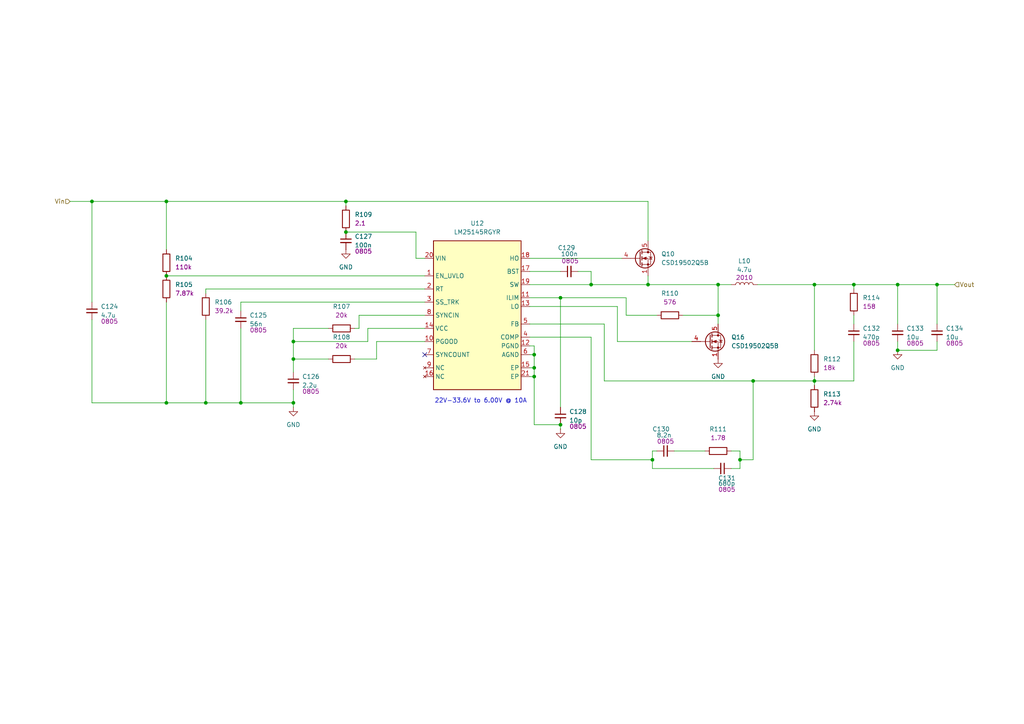
<source format=kicad_sch>
(kicad_sch (version 20250114) (generator "eeschema") (generator_version "9.0")
  (paper "A4")
  (lib_symbols
    (symbol "Device:C_Small" (pin_numbers (hide yes)) (pin_names (offset 0.254) (hide yes))
      (property "Reference" "C" (at 0.254 1.778 0))
      (property "Value" "C_Small" (at 0.254 -2.032 0))
      (symbol "C_Small_0_1"
        (polyline (pts (xy -1.524 0.508) (xy 1.524 0.508)) (stroke (width 0.3048)))
        (polyline (pts (xy -1.524 -0.508) (xy 1.524 -0.508)) (stroke (width 0.3302)))
      )
      (symbol "C_Small_1_1"
        (pin passive line (at 0 2.54 270) (length 2.032) (name "~") (number "1"))
        (pin passive line (at 0 -2.54 90) (length 2.032) (name "~") (number "2"))
      )
    )
    (symbol "Device:L" (pin_numbers (hide yes)) (pin_names (offset 1.016) (hide yes))
      (property "Reference" "L" (at -1.27 0 90))
      (property "Value" "L" (at 1.905 0 90))
      (symbol "L_0_1"
        (arc (start 0 2.54) (mid 0.6323 1.905) (end 0 1.27))
        (arc (start 0 1.27) (mid 0.6323 0.635) (end 0 0))
        (arc (start 0 0) (mid 0.6323 -0.635) (end 0 -1.27))
        (arc (start 0 -1.27) (mid 0.6323 -1.905) (end 0 -2.54))
      )
      (symbol "L_1_1"
        (pin passive line (at 0 3.81 270) (length 1.27) (name "1") (number "1"))
        (pin passive line (at 0 -3.81 90) (length 1.27) (name "2") (number "2"))
      )
    )
    (symbol "PCM_4ms_Resistor:150K_0603" (pin_numbers (hide yes)) (pin_names (offset 0))
      (property "Reference" "R" (at 2.032 0 90))
      (property "Display" "150K" (at 3.81 0 90))
      (symbol "150K_0603_0_1"
        (rectangle (start -1.016 -2.54) (end 1.016 2.54) (stroke (width 0.254)))
      )
      (symbol "150K_0603_1_1"
        (pin passive line (at 0 3.81 270) (length 1.27) (name "~") (number "1"))
        (pin passive line (at 0 -3.81 90) (length 1.27) (name "~") (number "2"))
      )
    )
    (symbol "Project_Star_Regulator_Switching:LM25145"
      (property "Reference" "U" (at 0 0 0))
      (property "Value" "LM25145" (at 5.842 -8.89 0))
      (symbol "LM25145_0_1"
        (rectangle (start -7.62 12.7) (end 17.78 -30.48) (stroke (width 0.254)) (fill (type background)))
      )
      (symbol "LM25145_1_1"
        (pin unspecified line (at -10.16 7.62 0) (length 2.54) (name "VIN") (number "20"))
        (pin unspecified line (at -10.16 2.54 0) (length 2.54) (name "EN_UVLO") (number "1"))
        (pin unspecified line (at -10.16 -1.27 0) (length 2.54) (name "RT") (number "2"))
        (pin unspecified line (at -10.16 -5.08 0) (length 2.54) (name "SS_TRK") (number "3"))
        (pin unspecified line (at -10.16 -8.89 0) (length 2.54) (name "SYNCIN") (number "8"))
        (pin unspecified line (at -10.16 -12.7 0) (length 2.54) (name "VCC") (number "14"))
        (pin unspecified line (at -10.16 -16.51 0) (length 2.54) (name "PGOOD") (number "10"))
        (pin unspecified line (at -10.16 -20.32 0) (length 2.54) (name "SYNCOUNT") (number "7"))
        (pin no_connect line (at -10.16 -24.13 0) (length 2.54) (name "NC") (number "9"))
        (pin no_connect line (at -10.16 -26.67 0) (length 2.54) (name "NC") (number "16"))
        (pin unspecified line (at 20.32 7.62 180) (length 2.54) (name "HO") (number "18"))
        (pin unspecified line (at 20.32 3.81 180) (length 2.54) (name "BST") (number "17"))
        (pin unspecified line (at 20.32 0 180) (length 2.54) (name "SW") (number "19"))
        (pin unspecified line (at 20.32 -3.81 180) (length 2.54) (name "ILIM") (number "11"))
        (pin unspecified line (at 20.32 -6.35 180) (length 2.54) (name "LO") (number "13"))
        (pin unspecified line (at 20.32 -11.43 180) (length 2.54) (name "FB") (number "5"))
        (pin unspecified line (at 20.32 -15.24 180) (length 2.54) (name "COMP") (number "4"))
        (pin unspecified line (at 20.32 -17.78 180) (length 2.54) (name "PGND") (number "12"))
        (pin unspecified line (at 20.32 -20.32 180) (length 2.54) (name "AGND") (number "6"))
        (pin unspecified line (at 20.32 -24.13 180) (length 2.54) (name "EP") (number "15"))
        (pin unspecified line (at 20.32 -26.67 180) (length 2.54) (name "EP") (number "21"))
      )
    )
    (symbol "Transistor_FET:CSD19502Q5B" (pin_names (hide yes))
      (property "Reference" "Q" (at 5.08 1.905 0))
      (property "Value" "CSD19502Q5B" (at 5.08 0 0))
      (symbol "CSD19502Q5B_0_1"
        (polyline (pts (xy 0.254 1.905) (xy 0.254 -1.905)) (stroke (width 0.254)))
        (polyline (pts (xy 0.254 0) (xy -2.54 0)))
        (polyline (pts (xy 0.762 2.286) (xy 0.762 1.27)) (stroke (width 0.254)))
        (polyline (pts (xy 0.762 0.508) (xy 0.762 -0.508)) (stroke (width 0.254)))
        (polyline (pts (xy 0.762 -1.27) (xy 0.762 -2.286)) (stroke (width 0.254)))
        (polyline (pts (xy 0.762 -1.778) (xy 3.302 -1.778) (xy 3.302 1.778) (xy 0.762 1.778)))
        (polyline (pts (xy 1.016 0) (xy 2.032 0.381) (xy 2.032 -0.381) (xy 1.016 0)) (fill (type outline)))
        (circle (center 1.651 0) (radius 2.794) (stroke (width 0.254)))
        (polyline (pts (xy 2.54 2.54) (xy 2.54 1.778)))
        (circle (center 2.54 1.778) (radius 0.254) (fill (type outline)))
        (circle (center 2.54 -1.778) (radius 0.254) (fill (type outline)))
        (polyline (pts (xy 2.54 -2.54) (xy 2.54 0) (xy 0.762 0)))
        (polyline (pts (xy 2.794 0.508) (xy 2.921 0.381) (xy 3.683 0.381) (xy 3.81 0.254)))
        (polyline (pts (xy 3.302 0.381) (xy 2.921 -0.254) (xy 3.683 -0.254) (xy 3.302 0.381)))
      )
      (symbol "CSD19502Q5B_1_1"
        (pin passive line (at -5.08 0 0) (length 2.54) (name "G") (number "4"))
        (pin passive line (at 2.54 5.08 270) (length 2.54) (name "D") (number "5"))
        (pin passive line (at 2.54 -5.08 90) (length 2.54) (name "S") (number "1"))
        (pin passive line (at 2.54 -5.08 90) (length 2.54) (hide yes) (name "S") (number "2"))
        (pin passive line (at 2.54 -5.08 90) (length 2.54) (hide yes) (name "S") (number "3"))
      )
    )
    (symbol "power:GND" (power) (pin_numbers (hide yes)) (pin_names (offset 0) (hide yes))
      (property "Value" "GND" (at 0 -3.81 0))
      (symbol "GND_0_1"
        (polyline (pts (xy 0 0) (xy 0 -1.27) (xy 1.27 -1.27) (xy 0 -2.54) (xy -1.27 -1.27) (xy 0 -1.27)))
      )
      (symbol "GND_1_1"
        (pin power_in line (at 0 0 270) (length 0) (name "~") (number "1"))
      )
    )
  )
  (text "22V-33.6V to 6.00V @ 10A" (at 139.446 116.332 0) (effects (font (size 1.27 1.27))))
  (junction (at 154.94 102.87))
  (junction (at 260.35 82.55))
  (junction (at 48.26 80.01))
  (junction (at 154.94 106.68))
  (junction (at 208.28 91.44))
  (junction (at 187.96 82.55))
  (junction (at 162.56 123.19))
  (junction (at 100.33 67.31))
  (junction (at 236.22 110.49))
  (junction (at 247.65 82.55))
  (junction (at 48.26 58.42))
  (junction (at 85.09 99.06))
  (junction (at 214.63 133.35))
  (junction (at 236.22 82.55))
  (junction (at 189.23 133.35))
  (junction (at 48.26 116.84))
  (junction (at 59.69 116.84))
  (junction (at 271.78 82.55))
  (junction (at 171.45 82.55))
  (junction (at 85.09 116.84))
  (junction (at 260.35 101.6))
  (junction (at 100.33 58.42))
  (junction (at 208.28 82.55))
  (junction (at 162.56 86.36))
  (junction (at 26.67 58.42))
  (junction (at 85.09 104.14))
  (junction (at 218.44 110.49))
  (junction (at 154.94 109.22))
  (junction (at 69.85 116.84))
  (no_connect (at 123.19 102.87))
  (wire (pts (xy 260.35 99.06) (xy 260.35 101.6)))
  (wire (pts (xy 189.23 130.81) (xy 189.23 133.35)))
  (wire (pts (xy 162.56 124.46) (xy 162.56 123.19)))
  (wire (pts (xy 154.94 106.68) (xy 154.94 109.22)))
  (wire (pts (xy 260.35 82.55) (xy 271.78 82.55)))
  (wire (pts (xy 236.22 109.22) (xy 236.22 110.49)))
  (wire (pts (xy 181.61 86.36) (xy 181.61 91.44)))
  (wire (pts (xy 218.44 110.49) (xy 236.22 110.49)))
  (wire (pts (xy 59.69 83.82) (xy 59.69 85.09)))
  (wire (pts (xy 171.45 78.74) (xy 171.45 82.55)))
  (wire (pts (xy 153.67 106.68) (xy 154.94 106.68)))
  (wire (pts (xy 247.65 91.44) (xy 247.65 93.98)))
  (wire (pts (xy 153.67 82.55) (xy 171.45 82.55)))
  (wire (pts (xy 153.67 74.93) (xy 180.34 74.93)))
  (wire (pts (xy 102.87 95.25) (xy 104.14 95.25)))
  (wire (pts (xy 48.26 58.42) (xy 100.33 58.42)))
  (wire (pts (xy 208.28 91.44) (xy 208.28 93.98)))
  (wire (pts (xy 69.85 87.63) (xy 69.85 90.17)))
  (wire (pts (xy 59.69 116.84) (xy 69.85 116.84)))
  (wire (pts (xy 189.23 133.35) (xy 189.23 135.89)))
  (wire (pts (xy 102.87 104.14) (xy 109.22 104.14)))
  (wire (pts (xy 236.22 101.6) (xy 236.22 82.55)))
  (wire (pts (xy 218.44 110.49) (xy 218.44 133.35)))
  (wire (pts (xy 104.14 91.44) (xy 104.14 95.25)))
  (wire (pts (xy 69.85 116.84) (xy 85.09 116.84)))
  (wire (pts (xy 175.26 93.98) (xy 175.26 110.49)))
  (wire (pts (xy 187.96 58.42) (xy 187.96 69.85)))
  (wire (pts (xy 26.67 92.71) (xy 26.67 116.84)))
  (wire (pts (xy 85.09 116.84) (xy 85.09 118.11)))
  (wire (pts (xy 85.09 95.25) (xy 85.09 99.06)))
  (wire (pts (xy 212.09 130.81) (xy 214.63 130.81)))
  (wire (pts (xy 100.33 58.42) (xy 100.33 59.69)))
  (wire (pts (xy 120.65 74.93) (xy 123.19 74.93)))
  (wire (pts (xy 214.63 130.81) (xy 214.63 133.35)))
  (wire (pts (xy 106.68 95.25) (xy 123.19 95.25)))
  (wire (pts (xy 187.96 80.01) (xy 187.96 82.55)))
  (wire (pts (xy 189.23 130.81) (xy 190.5 130.81)))
  (wire (pts (xy 153.67 97.79) (xy 171.45 97.79)))
  (wire (pts (xy 179.07 99.06) (xy 200.66 99.06)))
  (wire (pts (xy 69.85 95.25) (xy 69.85 116.84)))
  (wire (pts (xy 260.35 101.6) (xy 271.78 101.6)))
  (wire (pts (xy 236.22 111.76) (xy 236.22 110.49)))
  (wire (pts (xy 236.22 82.55) (xy 247.65 82.55)))
  (wire (pts (xy 214.63 133.35) (xy 214.63 135.89)))
  (wire (pts (xy 104.14 91.44) (xy 123.19 91.44)))
  (wire (pts (xy 153.67 102.87) (xy 154.94 102.87)))
  (wire (pts (xy 153.67 78.74) (xy 162.56 78.74)))
  (wire (pts (xy 85.09 99.06) (xy 85.09 104.14)))
  (wire (pts (xy 153.67 86.36) (xy 162.56 86.36)))
  (wire (pts (xy 271.78 99.06) (xy 271.78 101.6)))
  (wire (pts (xy 26.67 58.42) (xy 26.67 87.63)))
  (wire (pts (xy 85.09 113.03) (xy 85.09 116.84)))
  (wire (pts (xy 179.07 88.9) (xy 179.07 99.06)))
  (wire (pts (xy 195.58 130.81) (xy 204.47 130.81)))
  (wire (pts (xy 171.45 82.55) (xy 187.96 82.55)))
  (wire (pts (xy 59.69 83.82) (xy 123.19 83.82)))
  (wire (pts (xy 109.22 99.06) (xy 123.19 99.06)))
  (wire (pts (xy 100.33 67.31) (xy 120.65 67.31)))
  (wire (pts (xy 48.26 87.63) (xy 48.26 116.84)))
  (wire (pts (xy 85.09 104.14) (xy 95.25 104.14)))
  (wire (pts (xy 212.09 135.89) (xy 214.63 135.89)))
  (wire (pts (xy 85.09 95.25) (xy 95.25 95.25)))
  (wire (pts (xy 69.85 87.63) (xy 123.19 87.63)))
  (wire (pts (xy 247.65 82.55) (xy 247.65 83.82)))
  (wire (pts (xy 153.67 109.22) (xy 154.94 109.22)))
  (wire (pts (xy 48.26 58.42) (xy 48.26 72.39)))
  (wire (pts (xy 214.63 133.35) (xy 218.44 133.35)))
  (wire (pts (xy 175.26 110.49) (xy 218.44 110.49)))
  (wire (pts (xy 20.32 58.42) (xy 26.67 58.42)))
  (wire (pts (xy 260.35 82.55) (xy 247.65 82.55)))
  (wire (pts (xy 100.33 58.42) (xy 187.96 58.42)))
  (wire (pts (xy 154.94 100.33) (xy 154.94 102.87)))
  (wire (pts (xy 236.22 110.49) (xy 247.65 110.49)))
  (wire (pts (xy 171.45 97.79) (xy 171.45 133.35)))
  (wire (pts (xy 48.26 80.01) (xy 123.19 80.01)))
  (wire (pts (xy 109.22 99.06) (xy 109.22 104.14)))
  (wire (pts (xy 85.09 99.06) (xy 106.68 99.06)))
  (wire (pts (xy 171.45 133.35) (xy 189.23 133.35)))
  (wire (pts (xy 181.61 91.44) (xy 190.5 91.44)))
  (wire (pts (xy 85.09 104.14) (xy 85.09 107.95)))
  (wire (pts (xy 198.12 91.44) (xy 208.28 91.44)))
  (wire (pts (xy 153.67 100.33) (xy 154.94 100.33)))
  (wire (pts (xy 162.56 86.36) (xy 181.61 86.36)))
  (wire (pts (xy 219.71 82.55) (xy 236.22 82.55)))
  (wire (pts (xy 208.28 82.55) (xy 212.09 82.55)))
  (wire (pts (xy 187.96 82.55) (xy 208.28 82.55)))
  (wire (pts (xy 154.94 102.87) (xy 154.94 106.68)))
  (wire (pts (xy 260.35 82.55) (xy 260.35 93.98)))
  (wire (pts (xy 189.23 135.89) (xy 207.01 135.89)))
  (wire (pts (xy 26.67 116.84) (xy 48.26 116.84)))
  (wire (pts (xy 271.78 82.55) (xy 276.86 82.55)))
  (wire (pts (xy 167.64 78.74) (xy 171.45 78.74)))
  (wire (pts (xy 247.65 99.06) (xy 247.65 110.49)))
  (wire (pts (xy 26.67 58.42) (xy 48.26 58.42)))
  (wire (pts (xy 208.28 82.55) (xy 208.28 91.44)))
  (wire (pts (xy 154.94 123.19) (xy 162.56 123.19)))
  (wire (pts (xy 154.94 109.22) (xy 154.94 123.19)))
  (wire (pts (xy 153.67 88.9) (xy 179.07 88.9)))
  (wire (pts (xy 106.68 95.25) (xy 106.68 99.06)))
  (wire (pts (xy 162.56 86.36) (xy 162.56 118.11)))
  (wire (pts (xy 48.26 116.84) (xy 59.69 116.84)))
  (wire (pts (xy 59.69 92.71) (xy 59.69 116.84)))
  (wire (pts (xy 271.78 82.55) (xy 271.78 93.98)))
  (wire (pts (xy 120.65 67.31) (xy 120.65 74.93)))
  (wire (pts (xy 153.67 93.98) (xy 175.26 93.98)))
  (hierarchical_label "Vout" (shape input) (at 276.86 82.55 0))
  (hierarchical_label "Vin" (shape input) (at 20.32 58.42 180))
  (symbol (lib_id "Transistor_FET:CSD19502Q5B") (at 205.74 99.06 0) (unit 1)
    (property "Reference" "Q13" (at 212.09 97.7899 0) (effects (justify left)))
    (property "Value" "CSD19502Q5B" (at 212.09 100.3299 0) (effects (justify left)))
    (property "Footprint" "Package_TO_SOT_SMD:TDSON-8-1" (effects (hide yes)))
    (property "Datasheet" "http://www.ti.com/lit/gpn/csd19502q5b" (effects (hide yes)))
    (property "Description" "100A Id, 80V Vds, NexFET N-Channel Power MOSFET, 4.1mOhm Ron, 48nC Qg(typ), SON8 5x6mm" (effects (hide yes)))
    (instances (project "" (path "" (reference "Q16") (unit 1)) (path "" (reference "Q15") (unit 1)) (path "" (reference "Q13") (unit 1)) (path "" (reference "Q18") (unit 1)) (path "" (reference "Q17") (unit 1)) (path "" (reference "Q14") (unit 1))))
  )
  (symbol (lib_id "Device:C_Small") (at 162.56 120.65 0) (unit 1)
    (property "Reference" "C95" (at 165.1 119.3862 0) (effects (justify left)))
    (property "Value" "10p" (at 165.1 121.9262 0) (effects (justify left)))
    (property "Footprint" "Capacitor_SMD:C_0805_2012Metric_Pad1.18x1.45mm_HandSolder" (effects (hide yes)))
    (property "Description" "0805" (at 167.64 123.698 0))
    (instances (project "Project-Star" (path "" (reference "C128") (unit 1)) (path "" (reference "C117") (unit 1)) (path "" (reference "C95") (unit 1)) (path "" (reference "C150") (unit 1)) (path "" (reference "C139") (unit 1)) (path "" (reference "C106") (unit 1))))
  )
  (symbol (lib_id "power:GND") (at 100.33 72.39 0) (unit 1)
    (property "Reference" "#PWR064" (effects (hide yes)))
    (property "Value" "GND" (at 100.33 77.47 0))
    (property "Description" "Power symbol creates a global label with name \"GND\" , ground" (effects (hide yes)))
    (instances (project "Project-Star" (path "" (reference "#PWR082") (unit 1)) (path "" (reference "#PWR076") (unit 1)) (path "" (reference "#PWR064") (unit 1)) (path "" (reference "#PWR094") (unit 1)) (path "" (reference "#PWR088") (unit 1)) (path "" (reference "#PWR070") (unit 1))))
  )
  (symbol (lib_id "Device:C_Small") (at 165.1 78.74 90) (unit 1)
    (property "Reference" "C96" (at 166.878 71.882 90) (effects (justify left)))
    (property "Value" "100n" (at 167.64 73.66 90) (effects (justify left)))
    (property "Footprint" "Capacitor_SMD:C_0805_2012Metric_Pad1.18x1.45mm_HandSolder" (effects (hide yes)))
    (property "Description" "0805" (at 165.354 75.692 90))
    (instances (project "Project-Star" (path "" (reference "C129") (unit 1)) (path "" (reference "C118") (unit 1)) (path "" (reference "C96") (unit 1)) (path "" (reference "C151") (unit 1)) (path "" (reference "C140") (unit 1)) (path "" (reference "C107") (unit 1))))
  )
  (symbol (lib_id "PCM_4ms_Resistor:150K_0603") (at 48.26 83.82 180) (unit 1)
    (property "Reference" "R72" (at 50.8 82.5499 0) (effects (justify right)))
    (property "Value" "150K_0603" (effects (hide yes)))
    (property "Footprint" "PCM_4ms_Resistor:R_0805_2012Metric" (effects (hide yes)))
    (property "Description" "150K, 1%, 1/10W, 0603" (effects (hide yes)))
    (property "Specifications" "150K, 1%, 1/10W, 0603" (effects (hide yes)))
    (property "Manufacturer" "Yageo" (effects (hide yes)))
    (property "Part Number" "RC0603FR-07150KL" (effects (hide yes)))
    (property "Display" "7.87k" (at 50.8 85.0899 0) (effects (justify right)))
    (property "JLCPCB ID" "C22807" (effects (hide yes)))
    (instances (project "Project-Star" (path "" (reference "R105") (unit 1)) (path "" (reference "R94") (unit 1)) (path "" (reference "R72") (unit 1)) (path "" (reference "R127") (unit 1)) (path "" (reference "R116") (unit 1)) (path "" (reference "R83") (unit 1))))
  )
  (symbol (lib_id "PCM_4ms_Resistor:150K_0603") (at 194.31 91.44 270) (unit 1)
    (property "Reference" "R77" (at 194.31 85.09 90))
    (property "Value" "150K_0603" (effects (hide yes)))
    (property "Footprint" "PCM_4ms_Resistor:R_0805_2012Metric" (effects (hide yes)))
    (property "Description" "150K, 1%, 1/10W, 0603" (effects (hide yes)))
    (property "Specifications" "150K, 1%, 1/10W, 0603" (effects (hide yes)))
    (property "Manufacturer" "Yageo" (effects (hide yes)))
    (property "Part Number" "RC0603FR-07150KL" (effects (hide yes)))
    (property "Display" "576" (at 194.31 87.63 90))
    (property "JLCPCB ID" "C22807" (effects (hide yes)))
    (instances (project "Project-Star" (path "" (reference "R110") (unit 1)) (path "" (reference "R99") (unit 1)) (path "" (reference "R77") (unit 1)) (path "" (reference "R132") (unit 1)) (path "" (reference "R121") (unit 1)) (path "" (reference "R88") (unit 1))))
  )
  (symbol (lib_id "power:GND") (at 162.56 124.46 0) (unit 1)
    (property "Reference" "#PWR065" (effects (hide yes)))
    (property "Value" "GND" (at 162.56 129.54 0))
    (property "Description" "Power symbol creates a global label with name \"GND\" , ground" (effects (hide yes)))
    (instances (project "Project-Star" (path "" (reference "#PWR083") (unit 1)) (path "" (reference "#PWR077") (unit 1)) (path "" (reference "#PWR065") (unit 1)) (path "" (reference "#PWR095") (unit 1)) (path "" (reference "#PWR089") (unit 1)) (path "" (reference "#PWR071") (unit 1))))
  )
  (symbol (lib_id "Device:C_Small") (at 26.67 90.17 0) (unit 1)
    (property "Reference" "C91" (at 29.21 88.9062 0) (effects (justify left)))
    (property "Value" "4.7u" (at 29.21 91.4462 0) (effects (justify left)))
    (property "Footprint" "Capacitor_SMD:C_0805_2012Metric_Pad1.18x1.45mm_HandSolder" (effects (hide yes)))
    (property "Description" "0805" (at 31.75 93.218 0))
    (instances (project "Project-Star" (path "" (reference "C124") (unit 1)) (path "" (reference "C113") (unit 1)) (path "" (reference "C91") (unit 1)) (path "" (reference "C146") (unit 1)) (path "" (reference "C135") (unit 1)) (path "" (reference "C102") (unit 1))))
  )
  (symbol (lib_id "Device:C_Small") (at 193.04 130.81 90) (unit 1)
    (property "Reference" "C97" (at 194.3038 124.46 90) (effects (justify left)))
    (property "Value" "8.2n" (at 194.818 126.238 90) (effects (justify left)))
    (property "Footprint" "Capacitor_SMD:C_0805_2012Metric_Pad1.18x1.45mm_HandSolder" (effects (hide yes)))
    (property "Description" "0805" (at 193.04 128.016 90))
    (instances (project "Project-Star" (path "" (reference "C130") (unit 1)) (path "" (reference "C119") (unit 1)) (path "" (reference "C97") (unit 1)) (path "" (reference "C152") (unit 1)) (path "" (reference "C141") (unit 1)) (path "" (reference "C108") (unit 1))))
  )
  (symbol (lib_id "power:GND") (at 260.35 101.6 0) (unit 1)
    (property "Reference" "#PWR068" (effects (hide yes)))
    (property "Value" "GND" (at 260.35 106.68 0))
    (property "Description" "Power symbol creates a global label with name \"GND\" , ground" (effects (hide yes)))
    (instances (project "Project-Star" (path "" (reference "#PWR086") (unit 1)) (path "" (reference "#PWR080") (unit 1)) (path "" (reference "#PWR068") (unit 1)) (path "" (reference "#PWR098") (unit 1)) (path "" (reference "#PWR092") (unit 1)) (path "" (reference "#PWR074") (unit 1))))
  )
  (symbol (lib_id "PCM_4ms_Resistor:150K_0603") (at 99.06 95.25 270) (unit 1)
    (property "Reference" "R74" (at 99.06 88.9 90))
    (property "Value" "150K_0603" (effects (hide yes)))
    (property "Footprint" "PCM_4ms_Resistor:R_0805_2012Metric" (effects (hide yes)))
    (property "Description" "150K, 1%, 1/10W, 0603" (effects (hide yes)))
    (property "Specifications" "150K, 1%, 1/10W, 0603" (effects (hide yes)))
    (property "Manufacturer" "Yageo" (effects (hide yes)))
    (property "Part Number" "RC0603FR-07150KL" (effects (hide yes)))
    (property "Display" "20k" (at 99.06 91.44 90))
    (property "JLCPCB ID" "C22807" (effects (hide yes)))
    (instances (project "Project-Star" (path "" (reference "R107") (unit 1)) (path "" (reference "R96") (unit 1)) (path "" (reference "R74") (unit 1)) (path "" (reference "R129") (unit 1)) (path "" (reference "R118") (unit 1)) (path "" (reference "R85") (unit 1))))
  )
  (symbol (lib_id "PCM_4ms_Resistor:150K_0603") (at 48.26 76.2 180) (unit 1)
    (property "Reference" "R71" (at 50.8 74.9299 0) (effects (justify right)))
    (property "Value" "150K_0603" (effects (hide yes)))
    (property "Footprint" "PCM_4ms_Resistor:R_0805_2012Metric" (effects (hide yes)))
    (property "Description" "150K, 1%, 1/10W, 0603" (effects (hide yes)))
    (property "Specifications" "150K, 1%, 1/10W, 0603" (effects (hide yes)))
    (property "Manufacturer" "Yageo" (effects (hide yes)))
    (property "Part Number" "RC0603FR-07150KL" (effects (hide yes)))
    (property "Display" "110k" (at 50.8 77.4699 0) (effects (justify right)))
    (property "JLCPCB ID" "C22807" (effects (hide yes)))
    (instances (project "Project-Star" (path "" (reference "R104") (unit 1)) (path "" (reference "R93") (unit 1)) (path "" (reference "R71") (unit 1)) (path "" (reference "R126") (unit 1)) (path "" (reference "R115") (unit 1)) (path "" (reference "R82") (unit 1))))
  )
  (symbol (lib_id "power:GND") (at 85.09 118.11 0) (unit 1)
    (property "Reference" "#PWR063" (effects (hide yes)))
    (property "Value" "GND" (at 85.09 123.19 0))
    (property "Description" "Power symbol creates a global label with name \"GND\" , ground" (effects (hide yes)))
    (instances (project "Project-Star" (path "" (reference "#PWR081") (unit 1)) (path "" (reference "#PWR075") (unit 1)) (path "" (reference "#PWR063") (unit 1)) (path "" (reference "#PWR093") (unit 1)) (path "" (reference "#PWR087") (unit 1)) (path "" (reference "#PWR069") (unit 1))))
  )
  (symbol (lib_id "Device:C_Small") (at 209.55 135.89 270) (unit 1)
    (property "Reference" "C98" (at 208.28 138.684 90) (effects (justify left)))
    (property "Value" "680p" (at 208.28 140.208 90) (effects (justify left)))
    (property "Footprint" "Capacitor_SMD:C_0805_2012Metric_Pad1.18x1.45mm_HandSolder" (effects (hide yes)))
    (property "Description" "0805" (at 210.82 141.986 90))
    (instances (project "Project-Star" (path "" (reference "C131") (unit 1)) (path "" (reference "C120") (unit 1)) (path "" (reference "C98") (unit 1)) (path "" (reference "C153") (unit 1)) (path "" (reference "C142") (unit 1)) (path "" (reference "C109") (unit 1))))
  )
  (symbol (lib_id "Device:C_Small") (at 260.35 96.52 0) (unit 1)
    (property "Reference" "C100" (at 262.89 95.2562 0) (effects (justify left)))
    (property "Value" "10u" (at 262.89 97.7962 0) (effects (justify left)))
    (property "Footprint" "Capacitor_SMD:C_0805_2012Metric_Pad1.18x1.45mm_HandSolder" (effects (hide yes)))
    (property "Description" "0805" (at 265.43 99.568 0))
    (instances (project "Project-Star" (path "" (reference "C133") (unit 1)) (path "" (reference "C122") (unit 1)) (path "" (reference "C100") (unit 1)) (path "" (reference "C155") (unit 1)) (path "" (reference "C144") (unit 1)) (path "" (reference "C111") (unit 1))))
  )
  (symbol (lib_id "Device:C_Small") (at 271.78 96.52 0) (unit 1)
    (property "Reference" "C101" (at 274.32 95.2562 0) (effects (justify left)))
    (property "Value" "10u" (at 274.32 97.7962 0) (effects (justify left)))
    (property "Footprint" "Capacitor_SMD:C_0805_2012Metric_Pad1.18x1.45mm_HandSolder" (effects (hide yes)))
    (property "Description" "0805" (at 276.86 99.568 0))
    (instances (project "Project-Star" (path "" (reference "C134") (unit 1)) (path "" (reference "C123") (unit 1)) (path "" (reference "C101") (unit 1)) (path "" (reference "C156") (unit 1)) (path "" (reference "C145") (unit 1)) (path "" (reference "C112") (unit 1))))
  )
  (symbol (lib_id "Device:L") (at 215.9 82.55 90) (unit 1)
    (property "Reference" "L7" (at 215.9 75.692 90))
    (property "Value" "4.7u" (at 215.9 78.232 90))
    (property "Footprint" "Inductor_SMD_Wurth:L_Wurth_WE-LQSH-2010" (effects (hide yes)))
    (property "Description" "2010" (at 215.9 80.518 90))
    (instances (project "Project-Star" (path "" (reference "L10") (unit 1)) (path "" (reference "L9") (unit 1)) (path "" (reference "L7") (unit 1)) (path "" (reference "L12") (unit 1)) (path "" (reference "L11") (unit 1)) (path "" (reference "L8") (unit 1))))
  )
  (symbol (lib_id "Transistor_FET:CSD19502Q5B") (at 185.42 74.93 0) (unit 1)
    (property "Reference" "Q7" (at 191.77 73.6599 0) (effects (justify left)))
    (property "Value" "CSD19502Q5B" (at 191.77 76.1999 0) (effects (justify left)))
    (property "Footprint" "Package_TO_SOT_SMD:TDSON-8-1" (effects (hide yes)))
    (property "Datasheet" "http://www.ti.com/lit/gpn/csd19502q5b" (effects (hide yes)))
    (property "Description" "100A Id, 80V Vds, NexFET N-Channel Power MOSFET, 4.1mOhm Ron, 48nC Qg(typ), SON8 5x6mm" (effects (hide yes)))
    (instances (project "" (path "" (reference "Q10") (unit 1)) (path "" (reference "Q9") (unit 1)) (path "" (reference "Q7") (unit 1)) (path "" (reference "Q12") (unit 1)) (path "" (reference "Q11") (unit 1)) (path "" (reference "Q8") (unit 1))))
  )
  (symbol (lib_id "Project_Star_Regulator_Switching:LM25145") (at 133.35 82.55 0) (unit 1)
    (property "Reference" "U9" (at 138.43 64.77 0))
    (property "Value" "LM25145RGYR" (at 138.43 67.31 0))
    (property "Footprint" "Project_Star_Regulator_Switching:RGY0020B" (effects (hide yes)))
    (property "Datasheet" "https://www.ti.com/lit/gpn/lm25145" (effects (hide yes)))
    (property "Description" "6V to 42V Synchronous Buck DC-DC Controller With Wide Duty Cycle Range" (effects (hide yes)))
    (instances (project "Project-Star" (path "" (reference "U12") (unit 1)) (path "" (reference "U11") (unit 1)) (path "" (reference "U9") (unit 1)) (path "" (reference "U14") (unit 1)) (path "" (reference "U13") (unit 1)) (path "" (reference "U10") (unit 1))))
  )
  (symbol (lib_id "PCM_4ms_Resistor:150K_0603") (at 236.22 115.57 180) (unit 1)
    (property "Reference" "R80" (at 238.76 114.2999 0) (effects (justify right)))
    (property "Value" "150K_0603" (effects (hide yes)))
    (property "Footprint" "PCM_4ms_Resistor:R_0805_2012Metric" (effects (hide yes)))
    (property "Description" "150K, 1%, 1/10W, 0603" (effects (hide yes)))
    (property "Specifications" "150K, 1%, 1/10W, 0603" (effects (hide yes)))
    (property "Manufacturer" "Yageo" (effects (hide yes)))
    (property "Part Number" "RC0603FR-07150KL" (effects (hide yes)))
    (property "Display" "2.74k" (at 238.76 116.8399 0) (effects (justify right)))
    (property "JLCPCB ID" "C22807" (effects (hide yes)))
    (instances (project "Project-Star" (path "" (reference "R113") (unit 1)) (path "" (reference "R102") (unit 1)) (path "" (reference "R80") (unit 1)) (path "" (reference "R135") (unit 1)) (path "" (reference "R124") (unit 1)) (path "" (reference "R91") (unit 1))))
  )
  (symbol (lib_id "power:GND") (at 236.22 119.38 0) (unit 1)
    (property "Reference" "#PWR067" (effects (hide yes)))
    (property "Value" "GND" (at 236.22 124.46 0))
    (property "Description" "Power symbol creates a global label with name \"GND\" , ground" (effects (hide yes)))
    (instances (project "Project-Star" (path "" (reference "#PWR085") (unit 1)) (path "" (reference "#PWR079") (unit 1)) (path "" (reference "#PWR067") (unit 1)) (path "" (reference "#PWR097") (unit 1)) (path "" (reference "#PWR091") (unit 1)) (path "" (reference "#PWR073") (unit 1))))
  )
  (symbol (lib_id "Device:C_Small") (at 247.65 96.52 0) (unit 1)
    (property "Reference" "C99" (at 250.19 95.2562 0) (effects (justify left)))
    (property "Value" "470p" (at 250.19 97.7962 0) (effects (justify left)))
    (property "Footprint" "Capacitor_SMD:C_0805_2012Metric_Pad1.18x1.45mm_HandSolder" (effects (hide yes)))
    (property "Description" "0805" (at 252.73 99.568 0))
    (instances (project "Project-Star" (path "" (reference "C132") (unit 1)) (path "" (reference "C121") (unit 1)) (path "" (reference "C99") (unit 1)) (path "" (reference "C154") (unit 1)) (path "" (reference "C143") (unit 1)) (path "" (reference "C110") (unit 1))))
  )
  (symbol (lib_id "PCM_4ms_Resistor:150K_0603") (at 208.28 130.81 270) (unit 1)
    (property "Reference" "R78" (at 208.28 124.46 90))
    (property "Value" "150K_0603" (effects (hide yes)))
    (property "Footprint" "PCM_4ms_Resistor:R_0805_2012Metric" (effects (hide yes)))
    (property "Description" "150K, 1%, 1/10W, 0603" (effects (hide yes)))
    (property "Specifications" "150K, 1%, 1/10W, 0603" (effects (hide yes)))
    (property "Manufacturer" "Yageo" (effects (hide yes)))
    (property "Part Number" "RC0603FR-07150KL" (effects (hide yes)))
    (property "Display" "1.78" (at 208.28 127 90))
    (property "JLCPCB ID" "C22807" (effects (hide yes)))
    (instances (project "Project-Star" (path "" (reference "R111") (unit 1)) (path "" (reference "R100") (unit 1)) (path "" (reference "R78") (unit 1)) (path "" (reference "R133") (unit 1)) (path "" (reference "R122") (unit 1)) (path "" (reference "R89") (unit 1))))
  )
  (symbol (lib_id "PCM_4ms_Resistor:150K_0603") (at 247.65 87.63 180) (unit 1)
    (property "Reference" "R81" (at 250.19 86.3599 0) (effects (justify right)))
    (property "Value" "150K_0603" (effects (hide yes)))
    (property "Footprint" "PCM_4ms_Resistor:R_0805_2012Metric" (effects (hide yes)))
    (property "Description" "150K, 1%, 1/10W, 0603" (effects (hide yes)))
    (property "Specifications" "150K, 1%, 1/10W, 0603" (effects (hide yes)))
    (property "Manufacturer" "Yageo" (effects (hide yes)))
    (property "Part Number" "RC0603FR-07150KL" (effects (hide yes)))
    (property "Display" "158" (at 250.19 88.8999 0) (effects (justify right)))
    (property "JLCPCB ID" "C22807" (effects (hide yes)))
    (instances (project "Project-Star" (path "" (reference "R114") (unit 1)) (path "" (reference "R103") (unit 1)) (path "" (reference "R81") (unit 1)) (path "" (reference "R136") (unit 1)) (path "" (reference "R125") (unit 1)) (path "" (reference "R92") (unit 1))))
  )
  (symbol (lib_id "Device:C_Small") (at 69.85 92.71 0) (unit 1)
    (property "Reference" "C92" (at 72.39 91.4462 0) (effects (justify left)))
    (property "Value" "56n" (at 72.39 93.9862 0) (effects (justify left)))
    (property "Footprint" "Capacitor_SMD:C_0805_2012Metric_Pad1.18x1.45mm_HandSolder" (effects (hide yes)))
    (property "Description" "0805" (at 74.93 95.758 0))
    (instances (project "Project-Star" (path "" (reference "C125") (unit 1)) (path "" (reference "C114") (unit 1)) (path "" (reference "C92") (unit 1)) (path "" (reference "C147") (unit 1)) (path "" (reference "C136") (unit 1)) (path "" (reference "C103") (unit 1))))
  )
  (symbol (lib_id "Device:C_Small") (at 85.09 110.49 0) (unit 1)
    (property "Reference" "C93" (at 87.63 109.2262 0) (effects (justify left)))
    (property "Value" "2.2u" (at 87.63 111.7662 0) (effects (justify left)))
    (property "Footprint" "Capacitor_SMD:C_0805_2012Metric_Pad1.18x1.45mm_HandSolder" (effects (hide yes)))
    (property "Description" "0805" (at 90.17 113.538 0))
    (instances (project "Project-Star" (path "" (reference "C126") (unit 1)) (path "" (reference "C115") (unit 1)) (path "" (reference "C93") (unit 1)) (path "" (reference "C148") (unit 1)) (path "" (reference "C137") (unit 1)) (path "" (reference "C104") (unit 1))))
  )
  (symbol (lib_id "Device:C_Small") (at 100.33 69.85 0) (unit 1)
    (property "Reference" "C94" (at 102.87 68.5862 0) (effects (justify left)))
    (property "Value" "100n" (at 102.87 71.1262 0) (effects (justify left)))
    (property "Footprint" "Capacitor_SMD:C_0805_2012Metric_Pad1.18x1.45mm_HandSolder" (effects (hide yes)))
    (property "Description" "0805" (at 105.41 72.898 0))
    (instances (project "Project-Star" (path "" (reference "C127") (unit 1)) (path "" (reference "C116") (unit 1)) (path "" (reference "C94") (unit 1)) (path "" (reference "C149") (unit 1)) (path "" (reference "C138") (unit 1)) (path "" (reference "C105") (unit 1))))
  )
  (symbol (lib_id "PCM_4ms_Resistor:150K_0603") (at 99.06 104.14 270) (unit 1)
    (property "Reference" "R75" (at 99.06 97.79 90))
    (property "Value" "150K_0603" (effects (hide yes)))
    (property "Footprint" "PCM_4ms_Resistor:R_0805_2012Metric" (effects (hide yes)))
    (property "Description" "150K, 1%, 1/10W, 0603" (effects (hide yes)))
    (property "Specifications" "150K, 1%, 1/10W, 0603" (effects (hide yes)))
    (property "Manufacturer" "Yageo" (effects (hide yes)))
    (property "Part Number" "RC0603FR-07150KL" (effects (hide yes)))
    (property "Display" "20k" (at 99.06 100.33 90))
    (property "JLCPCB ID" "C22807" (effects (hide yes)))
    (instances (project "Project-Star" (path "" (reference "R108") (unit 1)) (path "" (reference "R97") (unit 1)) (path "" (reference "R75") (unit 1)) (path "" (reference "R130") (unit 1)) (path "" (reference "R119") (unit 1)) (path "" (reference "R86") (unit 1))))
  )
  (symbol (lib_id "power:GND") (at 208.28 104.14 0) (unit 1)
    (property "Reference" "#PWR066" (effects (hide yes)))
    (property "Value" "GND" (at 208.28 109.22 0))
    (property "Description" "Power symbol creates a global label with name \"GND\" , ground" (effects (hide yes)))
    (instances (project "Project-Star" (path "" (reference "#PWR084") (unit 1)) (path "" (reference "#PWR078") (unit 1)) (path "" (reference "#PWR066") (unit 1)) (path "" (reference "#PWR096") (unit 1)) (path "" (reference "#PWR090") (unit 1)) (path "" (reference "#PWR072") (unit 1))))
  )
  (symbol (lib_id "PCM_4ms_Resistor:150K_0603") (at 100.33 63.5 180) (unit 1)
    (property "Reference" "R76" (at 102.87 62.2299 0) (effects (justify right)))
    (property "Value" "150K_0603" (effects (hide yes)))
    (property "Footprint" "PCM_4ms_Resistor:R_0805_2012Metric" (effects (hide yes)))
    (property "Description" "150K, 1%, 1/10W, 0603" (effects (hide yes)))
    (property "Specifications" "150K, 1%, 1/10W, 0603" (effects (hide yes)))
    (property "Manufacturer" "Yageo" (effects (hide yes)))
    (property "Part Number" "RC0603FR-07150KL" (effects (hide yes)))
    (property "Display" "2.1" (at 102.87 64.7699 0) (effects (justify right)))
    (property "JLCPCB ID" "C22807" (effects (hide yes)))
    (instances (project "Project-Star" (path "" (reference "R109") (unit 1)) (path "" (reference "R98") (unit 1)) (path "" (reference "R76") (unit 1)) (path "" (reference "R131") (unit 1)) (path "" (reference "R120") (unit 1)) (path "" (reference "R87") (unit 1))))
  )
  (symbol (lib_id "PCM_4ms_Resistor:150K_0603") (at 59.69 88.9 180) (unit 1)
    (property "Reference" "R73" (at 62.23 87.6299 0) (effects (justify right)))
    (property "Value" "150K_0603" (effects (hide yes)))
    (property "Footprint" "PCM_4ms_Resistor:R_0805_2012Metric" (effects (hide yes)))
    (property "Description" "150K, 1%, 1/10W, 0603" (effects (hide yes)))
    (property "Specifications" "150K, 1%, 1/10W, 0603" (effects (hide yes)))
    (property "Manufacturer" "Yageo" (effects (hide yes)))
    (property "Part Number" "RC0603FR-07150KL" (effects (hide yes)))
    (property "Display" "39.2k" (at 62.23 90.1699 0) (effects (justify right)))
    (property "JLCPCB ID" "C22807" (effects (hide yes)))
    (instances (project "Project-Star" (path "" (reference "R106") (unit 1)) (path "" (reference "R95") (unit 1)) (path "" (reference "R73") (unit 1)) (path "" (reference "R128") (unit 1)) (path "" (reference "R117") (unit 1)) (path "" (reference "R84") (unit 1))))
  )
  (symbol (lib_id "PCM_4ms_Resistor:150K_0603") (at 236.22 105.41 180) (unit 1)
    (property "Reference" "R79" (at 238.76 104.1399 0) (effects (justify right)))
    (property "Value" "150K_0603" (effects (hide yes)))
    (property "Footprint" "PCM_4ms_Resistor:R_0805_2012Metric" (effects (hide yes)))
    (property "Description" "150K, 1%, 1/10W, 0603" (effects (hide yes)))
    (property "Specifications" "150K, 1%, 1/10W, 0603" (effects (hide yes)))
    (property "Manufacturer" "Yageo" (effects (hide yes)))
    (property "Part Number" "RC0603FR-07150KL" (effects (hide yes)))
    (property "Display" "18k" (at 238.76 106.6799 0) (effects (justify right)))
    (property "JLCPCB ID" "C22807" (effects (hide yes)))
    (instances (project "Project-Star" (path "" (reference "R112") (unit 1)) (path "" (reference "R101") (unit 1)) (path "" (reference "R79") (unit 1)) (path "" (reference "R134") (unit 1)) (path "" (reference "R123") (unit 1)) (path "" (reference "R90") (unit 1))))
  )
)
</source>
